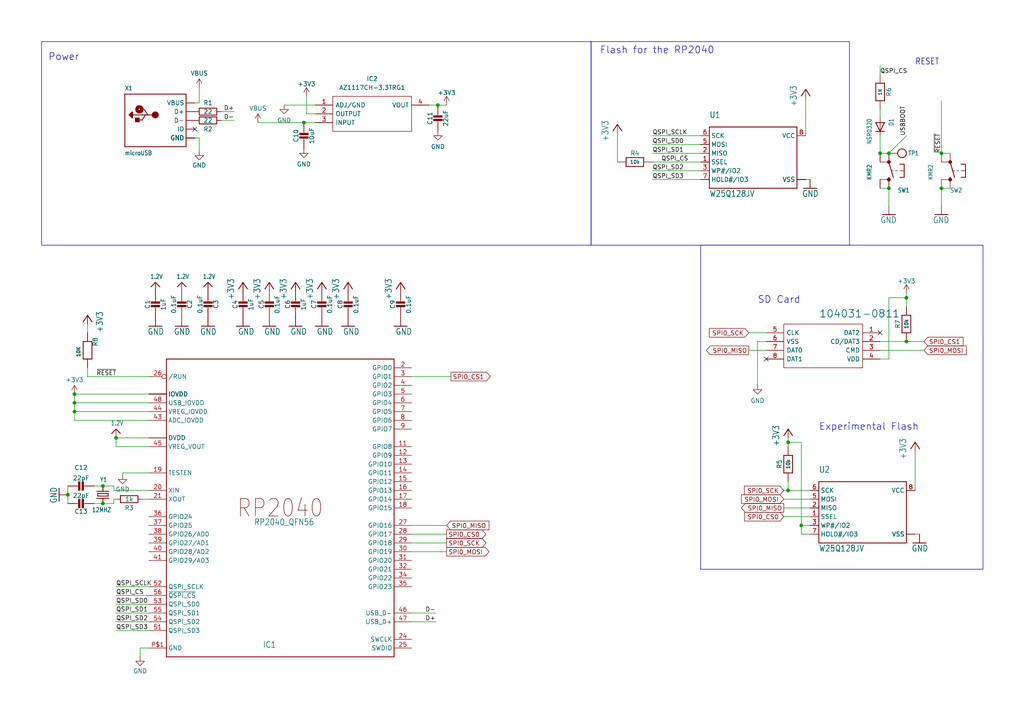
<source format=kicad_sch>
(kicad_sch (version 20230121) (generator eeschema)
  (paper "A4")
  (lib_symbols
    (symbol "AZ1117CH-3.3TRG1_1" (pin_names (offset 0.762))
      (property "Reference" "IC" (at 29.21 7.62 0))
      (property "Value" "AZ1117CH-3.3TRG1" (at 29.21 5.08 0))
      (symbol "AZ1117CH-3.3TRG1_1_0_0"
        (pin passive line (at 0 0 0) (length 5.08) (name "ADJ/GND") (number "1"))
        (pin passive line (at 0 -2.54 0) (length 5.08) (name "OUTPUT") (number "2"))
        (pin passive line (at 0 -5.08 0) (length 5.08) (name "INPUT") (number "3"))
        (pin passive line (at 33.02 0 180) (length 5.08) (name "VOUT") (number "4"))
      )
      (symbol "AZ1117CH-3.3TRG1_1_0_1"
        (polyline (pts (xy 5.08 2.54) (xy 27.94 2.54) (xy 27.94 -7.62) (xy 5.08 -7.62) (xy 5.08 2.54)) (stroke (width 0.1524)))
      )
    )
    (symbol "Adafruit ItsyBitsy RP2040-eagle-import:+3V3" (power)
      (property "Value" "+3V3" (at -2.54 -5.08 90))
      (symbol "+3V3_1_0"
        (polyline (pts (xy 0 0) (xy -1.27 -1.905)) (stroke (width 0.254)))
        (polyline (pts (xy 1.27 -1.905) (xy 0 0)) (stroke (width 0.254)))
        (pin power_in line (at 0 -2.54 90) (length 2.54) (name "+3V3") (number "1"))
      )
    )
    (symbol "Adafruit ItsyBitsy RP2040-eagle-import:1.2V" (power)
      (property "Value" "1.2V" (at -1.524 1.016 0))
      (symbol "1.2V_1_0"
        (polyline (pts (xy -1.27 -1.27) (xy 0 0)) (stroke (width 0.254)))
        (polyline (pts (xy 0 0) (xy 1.27 -1.27)) (stroke (width 0.254)))
        (pin power_in line (at 0 -2.54 90) (length 2.54) (name "1.2V") (number "1"))
      )
    )
    (symbol "Adafruit ItsyBitsy RP2040-eagle-import:CAP_CERAMIC_0402NO"
      (property "Reference" "C" (at -2.29 1.25 90))
      (property "Value" "CAP_CERAMIC_0402NO" (at 2.3 1.25 90))
      (symbol "CAP_CERAMIC_0402NO_1_0"
        (rectangle (start -1.27 0.508) (end 1.27 1.016) (fill (type outline)))
        (rectangle (start -1.27 1.524) (end 1.27 2.032) (fill (type outline)))
        (polyline (pts (xy 0 0.762) (xy 0 0)) (stroke (width 0.1524)))
        (polyline (pts (xy 0 2.54) (xy 0 1.778)) (stroke (width 0.1524)))
        (pin passive line (at 0 5.08 270) (length 2.54) (name "1") (number "1"))
        (pin passive line (at 0 -2.54 90) (length 2.54) (name "2") (number "2"))
      )
    )
    (symbol "Adafruit ItsyBitsy RP2040-eagle-import:CAP_CERAMIC_0603MP"
      (property "Reference" "C" (at -2.29 1.25 90))
      (property "Value" "CAP_CERAMIC_0603MP" (at 2.3 1.25 90))
      (symbol "CAP_CERAMIC_0603MP_1_0"
        (rectangle (start -1.27 0.508) (end 1.27 1.016) (fill (type outline)))
        (rectangle (start -1.27 1.524) (end 1.27 2.032) (fill (type outline)))
        (polyline (pts (xy 0 0.762) (xy 0 0)) (stroke (width 0.1524)))
        (polyline (pts (xy 0 2.54) (xy 0 1.778)) (stroke (width 0.1524)))
        (pin passive line (at 0 5.08 270) (length 2.54) (name "1") (number "1"))
        (pin passive line (at 0 -2.54 90) (length 2.54) (name "2") (number "2"))
      )
    )
    (symbol "Adafruit ItsyBitsy RP2040-eagle-import:CRYSTAL2.5X2.0"
      (property "Reference" "Y" (at -2.54 2.54 0))
      (property "Value" "CRYSTAL2.5X2.0" (at -2.54 -3.81 0))
      (symbol "CRYSTAL2.5X2.0_1_0"
        (polyline (pts (xy -2.54 0) (xy -1.016 0)) (stroke (width 0.254)))
        (polyline (pts (xy -1.016 0) (xy -1.016 -1.778)) (stroke (width 0.254)))
        (polyline (pts (xy -1.016 1.778) (xy -1.016 0)) (stroke (width 0.254)))
        (polyline (pts (xy -0.381 -1.524) (xy 0.381 -1.524)) (stroke (width 0.254)))
        (polyline (pts (xy -0.381 1.524) (xy -0.381 -1.524)) (stroke (width 0.254)))
        (polyline (pts (xy 0.381 -1.524) (xy 0.381 1.524)) (stroke (width 0.254)))
        (polyline (pts (xy 0.381 1.524) (xy -0.381 1.524)) (stroke (width 0.254)))
        (polyline (pts (xy 1.016 0) (xy 1.016 -1.778)) (stroke (width 0.254)))
        (polyline (pts (xy 1.016 1.778) (xy 1.016 0)) (stroke (width 0.254)))
        (polyline (pts (xy 2.54 0) (xy 1.016 0)) (stroke (width 0.254)))
        (pin passive line (at -2.54 0 0) (length 0) (name "1") (number "1"))
        (pin passive line (at 2.54 0 180) (length 0) (name "2") (number "3"))
      )
    )
    (symbol "Adafruit ItsyBitsy RP2040-eagle-import:DIODESOD-323F"
      (property "Reference" "D" (at -2.54 2.54 0))
      (property "Value" "DIODESOD-323F" (at -2.54 -3.81 0))
      (symbol "DIODESOD-323F_1_0"
        (polyline (pts (xy -1.27 -1.27) (xy 1.27 0)) (stroke (width 0.254)))
        (polyline (pts (xy -1.27 1.27) (xy -1.27 -1.27)) (stroke (width 0.254)))
        (polyline (pts (xy 1.27 0) (xy -1.27 1.27)) (stroke (width 0.254)))
        (polyline (pts (xy 1.27 0) (xy 1.27 -1.27)) (stroke (width 0.254)))
        (polyline (pts (xy 1.27 1.27) (xy 1.27 0)) (stroke (width 0.254)))
        (pin passive line (at -2.54 0 0) (length 2.54) (name "A") (number "A"))
        (pin passive line (at 2.54 0 180) (length 2.54) (name "C") (number "C"))
      )
    )
    (symbol "Adafruit ItsyBitsy RP2040-eagle-import:GND" (power)
      (property "Value" "GND" (at -2.54 -2.54 0))
      (symbol "GND_1_0"
        (polyline (pts (xy -1.905 0) (xy 1.905 0)) (stroke (width 0.254)))
        (pin power_in line (at 0 2.54 270) (length 2.54) (name "GND") (number "1"))
      )
    )
    (symbol "Adafruit ItsyBitsy RP2040-eagle-import:RESISTOR_0402NO"
      (property "Reference" "R" (at 0 2.54 0))
      (property "Value" "RESISTOR_0402NO" (at 0 0 0))
      (symbol "RESISTOR_0402NO_1_0"
        (polyline (pts (xy -2.54 -1.27) (xy -2.54 1.27)) (stroke (width 0.254)))
        (polyline (pts (xy -2.54 1.27) (xy 2.54 1.27)) (stroke (width 0.254)))
        (polyline (pts (xy 2.54 -1.27) (xy -2.54 -1.27)) (stroke (width 0.254)))
        (polyline (pts (xy 2.54 1.27) (xy 2.54 -1.27)) (stroke (width 0.254)))
        (pin passive line (at -5.08 0 0) (length 2.54) (name "1") (number "1"))
        (pin passive line (at 5.08 0 180) (length 2.54) (name "2") (number "2"))
      )
    )
    (symbol "Adafruit ItsyBitsy RP2040-eagle-import:RP2040_QFN56"
      (property "Reference" "IC" (at -5.08 -40.64 0))
      (property "Value" "RP2040_QFN56" (at -27.94 45.72 0))
      (symbol "RP2040_QFN56_1_0"
        (polyline (pts (xy -33.02 -43.18) (xy -33.02 43.18)) (stroke (width 0.254)))
        (polyline (pts (xy -33.02 43.18) (xy 33.02 43.18)) (stroke (width 0.254)))
        (polyline (pts (xy 33.02 -43.18) (xy -33.02 -43.18)) (stroke (width 0.254)))
        (polyline (pts (xy 33.02 43.18) (xy 33.02 -43.18)) (stroke (width 0.254)))
        (text "RP2040" (at 0 0 0) (effects (font (size 5.08 4.318))))
        (pin power_in line (at -38.1 33.02 0) (length 5.08) (name "IOVDD") (number "1"))
        (pin power_in line (at -38.1 33.02 0) (length 5.08) (name "IOVDD") (number "10"))
        (pin bidirectional line (at 38.1 17.78 180) (length 5.08) (name "GPIO8") (number "11"))
        (pin bidirectional line (at 38.1 15.24 180) (length 5.08) (name "GPIO9") (number "12"))
        (pin bidirectional line (at 38.1 12.7 180) (length 5.08) (name "GPIO10") (number "13"))
        (pin bidirectional line (at 38.1 10.16 180) (length 5.08) (name "GPIO11") (number "14"))
        (pin bidirectional line (at 38.1 7.62 180) (length 5.08) (name "GPIO12") (number "15"))
        (pin bidirectional line (at 38.1 5.08 180) (length 5.08) (name "GPIO13") (number "16"))
        (pin bidirectional line (at 38.1 2.54 180) (length 5.08) (name "GPIO14") (number "17"))
        (pin bidirectional line (at 38.1 0 180) (length 5.08) (name "GPIO15") (number "18"))
        (pin input line (at -38.1 10.16 0) (length 5.08) (name "TESTEN") (number "19"))
        (pin bidirectional line (at 38.1 40.64 180) (length 5.08) (name "GPIO0") (number "2"))
        (pin input line (at -38.1 5.08 0) (length 5.08) (name "XIN") (number "20"))
        (pin output line (at -38.1 2.54 0) (length 5.08) (name "XOUT") (number "21"))
        (pin power_in line (at -38.1 33.02 0) (length 5.08) (name "IOVDD") (number "22"))
        (pin power_in line (at -38.1 20.32 0) (length 5.08) (name "DVDD") (number "23"))
        (pin bidirectional line (at 38.1 -38.1 180) (length 5.08) (name "SWCLK") (number "24"))
        (pin bidirectional line (at 38.1 -40.64 180) (length 5.08) (name "SWDIO") (number "25"))
        (pin bidirectional inverted (at -38.1 38.1 0) (length 5.08) (name "/RUN") (number "26"))
        (pin bidirectional line (at 38.1 -5.08 180) (length 5.08) (name "GPIO16") (number "27"))
        (pin bidirectional line (at 38.1 -7.62 180) (length 5.08) (name "GPIO17") (number "28"))
        (pin bidirectional line (at 38.1 -10.16 180) (length 5.08) (name "GPIO18") (number "29"))
        (pin bidirectional line (at 38.1 38.1 180) (length 5.08) (name "GPIO1") (number "3"))
        (pin bidirectional line (at 38.1 -12.7 180) (length 5.08) (name "GPIO19") (number "30"))
        (pin bidirectional line (at 38.1 -15.24 180) (length 5.08) (name "GPIO20") (number "31"))
        (pin bidirectional line (at 38.1 -17.78 180) (length 5.08) (name "GPIO21") (number "32"))
        (pin power_in line (at -38.1 33.02 0) (length 5.08) (name "IOVDD") (number "33"))
        (pin bidirectional line (at 38.1 -20.32 180) (length 5.08) (name "GPIO22") (number "34"))
        (pin bidirectional line (at 38.1 -22.86 180) (length 5.08) (name "GPIO23") (number "35"))
        (pin bidirectional line (at -38.1 -2.54 0) (length 5.08) (name "GPIO24") (number "36"))
        (pin bidirectional line (at -38.1 -5.08 0) (length 5.08) (name "GPIO25") (number "37"))
        (pin bidirectional line (at -38.1 -7.62 0) (length 5.08) (name "GPIO26/AD0") (number "38"))
        (pin bidirectional line (at -38.1 -10.16 0) (length 5.08) (name "GPIO27/AD1") (number "39"))
        (pin bidirectional line (at 38.1 35.56 180) (length 5.08) (name "GPIO2") (number "4"))
        (pin bidirectional line (at -38.1 -12.7 0) (length 5.08) (name "GPIO28/AD2") (number "40"))
        (pin bidirectional line (at -38.1 -15.24 0) (length 5.08) (name "GPIO29/AD3") (number "41"))
        (pin power_in line (at -38.1 33.02 0) (length 5.08) (name "IOVDD") (number "42"))
        (pin power_in line (at -38.1 25.4 0) (length 5.08) (name "ADC_IOVDD") (number "43"))
        (pin power_in line (at -38.1 27.94 0) (length 5.08) (name "VREG_IOVDD") (number "44"))
        (pin power_in line (at -38.1 17.78 0) (length 5.08) (name "VREG_VOUT") (number "45"))
        (pin bidirectional line (at 38.1 -30.48 180) (length 5.08) (name "USB_D-") (number "46"))
        (pin bidirectional line (at 38.1 -33.02 180) (length 5.08) (name "USB_D+") (number "47"))
        (pin power_in line (at -38.1 30.48 0) (length 5.08) (name "USB_IOVDD") (number "48"))
        (pin power_in line (at -38.1 33.02 0) (length 5.08) (name "IOVDD") (number "49"))
        (pin bidirectional line (at 38.1 33.02 180) (length 5.08) (name "GPIO3") (number "5"))
        (pin power_in line (at -38.1 20.32 0) (length 5.08) (name "DVDD") (number "50"))
        (pin bidirectional line (at -38.1 -35.56 0) (length 5.08) (name "QSPI_SD3") (number "51"))
        (pin bidirectional line (at -38.1 -22.86 0) (length 5.08) (name "QSPI_SCLK") (number "52"))
        (pin bidirectional line (at -38.1 -27.94 0) (length 5.08) (name "QSPI_SD0") (number "53"))
        (pin bidirectional line (at -38.1 -33.02 0) (length 5.08) (name "QSPI_SD2") (number "54"))
        (pin bidirectional line (at -38.1 -30.48 0) (length 5.08) (name "QSPI_SD1") (number "55"))
        (pin bidirectional line (at -38.1 -25.4 0) (length 5.08) (name "~{QSPI_CS}") (number "56"))
        (pin bidirectional line (at 38.1 30.48 180) (length 5.08) (name "GPIO4") (number "6"))
        (pin bidirectional line (at 38.1 27.94 180) (length 5.08) (name "GPIO5") (number "7"))
        (pin bidirectional line (at 38.1 25.4 180) (length 5.08) (name "GPIO6") (number "8"))
        (pin bidirectional line (at 38.1 22.86 180) (length 5.08) (name "GPIO7") (number "9"))
        (pin power_in line (at -38.1 -40.64 0) (length 5.08) (name "GND") (number "P$1"))
      )
    )
    (symbol "Adafruit ItsyBitsy RP2040-eagle-import:SPIFLASH_8PIN_4X4"
      (property "Reference" "U" (at -12.7 12.7 0))
      (property "Value" "SPIFLASH_8PIN_4X4" (at -12.7 -10.16 0))
      (symbol "SPIFLASH_8PIN_4X4_1_0"
        (polyline (pts (xy -12.7 -7.62) (xy -12.7 10.16)) (stroke (width 0.254)))
        (polyline (pts (xy -12.7 10.16) (xy 12.7 10.16)) (stroke (width 0.254)))
        (polyline (pts (xy 12.7 -7.62) (xy -12.7 -7.62)) (stroke (width 0.254)))
        (polyline (pts (xy 12.7 10.16) (xy 12.7 -7.62)) (stroke (width 0.254)))
        (pin bidirectional line (at -15.24 0 0) (length 2.54) (name "SSEL") (number "1"))
        (pin bidirectional line (at -15.24 2.54 0) (length 2.54) (name "MISO") (number "2"))
        (pin bidirectional line (at -15.24 -2.54 0) (length 2.54) (name "WP#/IO2") (number "3"))
        (pin bidirectional line (at 15.24 -5.08 180) (length 2.54) (name "VSS") (number "4"))
        (pin bidirectional line (at -15.24 5.08 0) (length 2.54) (name "MOSI") (number "5"))
        (pin bidirectional line (at -15.24 7.62 0) (length 2.54) (name "SCK") (number "6"))
        (pin bidirectional line (at -15.24 -5.08 0) (length 2.54) (name "HOLD#/IO3") (number "7"))
        (pin bidirectional line (at 15.24 7.62 180) (length 2.54) (name "VCC") (number "8"))
        (pin bidirectional line (at 15.24 -5.08 180) (length 2.54) (name "VSS") (number "PAD"))
      )
    )
    (symbol "Adafruit ItsyBitsy RP2040-eagle-import:SWITCH_TACT_SMT4.6X2.8"
      (property "Reference" "SW" (at -2.54 6.35 0))
      (property "Value" "SWITCH_TACT_SMT4.6X2.8" (at -2.54 -5.08 0))
      (symbol "SWITCH_TACT_SMT4.6X2.8_1_0"
        (circle (center -2.54 0) (radius 0.127) (stroke (width 0.4064)))
        (polyline (pts (xy -2.54 -2.54) (xy -2.54 0)) (stroke (width 0.1524)))
        (polyline (pts (xy -2.54 0) (xy 1.905 1.27)) (stroke (width 0.254)))
        (polyline (pts (xy -1.905 4.445) (xy -1.905 3.175)) (stroke (width 0.254)))
        (polyline (pts (xy 0 1.27) (xy 0 0.635)) (stroke (width 0.1524)))
        (polyline (pts (xy 0 2.54) (xy 0 1.905)) (stroke (width 0.1524)))
        (polyline (pts (xy 0 4.445) (xy -1.905 4.445)) (stroke (width 0.254)))
        (polyline (pts (xy 0 4.445) (xy 0 3.175)) (stroke (width 0.1524)))
        (polyline (pts (xy 1.905 0) (xy 2.54 0)) (stroke (width 0.254)))
        (polyline (pts (xy 1.905 4.445) (xy 0 4.445)) (stroke (width 0.254)))
        (polyline (pts (xy 1.905 4.445) (xy 1.905 3.175)) (stroke (width 0.254)))
        (polyline (pts (xy 2.54 -2.54) (xy 2.54 0)) (stroke (width 0.1524)))
        (circle (center 2.54 0) (radius 0.127) (stroke (width 0.4064)))
        (pin passive line (at -5.08 0 0) (length 2.54) (name "P") (number "A"))
        (pin passive line (at -5.08 -2.54 0) (length 2.54) (name "P1") (number "A'"))
        (pin passive line (at 5.08 0 180) (length 2.54) (name "S") (number "B"))
        (pin passive line (at 5.08 -2.54 180) (length 2.54) (name "S1") (number "B'"))
      )
    )
    (symbol "Adafruit ItsyBitsy RP2040-eagle-import:TESTPOINTROUND1.5MMNO"
      (property "Reference" "TP" (at 0 5.588 90))
      (property "Value" "TESTPOINTROUND1.5MMNO" (at 1.651 5.588 90))
      (symbol "TESTPOINTROUND1.5MMNO_1_0"
        (circle (center 0 3.81) (radius 1.27) (stroke (width 0.254)))
        (pin bidirectional line (at 0 0 90) (length 2.54) (name "P$1") (number "P$1"))
      )
    )
    (symbol "Adafruit ItsyBitsy RP2040-eagle-import:USB_MICRO_NARROW"
      (property "Reference" "X" (at -10.16 8.636 0))
      (property "Value" "USB_MICRO_NARROW" (at -10.16 -10.16 0))
      (symbol "USB_MICRO_NARROW_1_0"
        (rectangle (start -7.12 -0.45) (end -5.92 0.75) (fill (type outline)))
        (circle (center -5.92 3.2) (radius 0.2) (stroke (width 1)))
        (circle (center -1.32 1.6) (radius 0.5) (stroke (width 1)))
        (polyline (pts (xy -10.2 7.62) (xy -10.16 7.62)) (stroke (width 0.254)))
        (polyline (pts (xy -10.16 -7.62) (xy 7.62 -7.62)) (stroke (width 0.254)))
        (polyline (pts (xy -10.16 7.62) (xy -10.16 -7.62)) (stroke (width 0.254)))
        (polyline (pts (xy -10.16 7.62) (xy 7.62 7.62)) (stroke (width 0.254)))
        (polyline (pts (xy -8.92 1.6) (xy -8.12 2.4)) (stroke (width 0.254)))
        (polyline (pts (xy -8.52 1.4) (xy -8.32 1.2)) (stroke (width 0.254)))
        (polyline (pts (xy -8.52 1.6) (xy -8.52 1.4)) (stroke (width 0.254)))
        (polyline (pts (xy -8.32 1.2) (xy -8.32 2)) (stroke (width 0.254)))
        (polyline (pts (xy -8.32 2) (xy -8.72 1.6)) (stroke (width 0.254)))
        (polyline (pts (xy -8.12 0.8) (xy -8.92 1.6)) (stroke (width 0.254)))
        (polyline (pts (xy -8.12 1) (xy -8.12 2.4)) (stroke (width 0.254)))
        (polyline (pts (xy -8.12 2.4) (xy -7.92 2.4)) (stroke (width 0.254)))
        (polyline (pts (xy -7.92 0.8) (xy -8.12 0.8)) (stroke (width 0.254)))
        (polyline (pts (xy -7.92 1.6) (xy -7.92 0.8)) (stroke (width 0.254)))
        (polyline (pts (xy -7.92 2.4) (xy -7.92 1.6)) (stroke (width 0.254)))
        (polyline (pts (xy -6.27 0.15) (xy -5.07 0.15)) (stroke (width 0.254)))
        (polyline (pts (xy -5.52 3.2) (xy -4.52 3.2)) (stroke (width 0.254)))
        (polyline (pts (xy -5.07 0.15) (xy -4.22 1.6)) (stroke (width 0.254)))
        (polyline (pts (xy -4.52 3.2) (xy -3.47 1.6)) (stroke (width 0.254)))
        (polyline (pts (xy -4.22 1.6) (xy -7.92 1.6)) (stroke (width 0.254)))
        (polyline (pts (xy -3.47 1.6) (xy -4.22 1.6)) (stroke (width 0.254)))
        (polyline (pts (xy -1.32 1.6) (xy -3.47 1.6)) (stroke (width 0.254)))
        (polyline (pts (xy 7.62 7.62) (xy 7.62 -7.62)) (stroke (width 0.254)))
        (pin power_in line (at 10.16 -5.08 180) (length 2.54) (name "GND") (number "BASE@1"))
        (pin power_in line (at 10.16 -5.08 180) (length 2.54) (name "GND") (number "BASE@2"))
        (pin bidirectional line (at 10.16 2.54 180) (length 2.54) (name "D+") (number "D+"))
        (pin bidirectional line (at 10.16 0 180) (length 2.54) (name "D-") (number "D-"))
        (pin power_in line (at 10.16 -5.08 180) (length 2.54) (name "GND") (number "GND"))
        (pin bidirectional line (at 10.16 -2.54 180) (length 2.54) (name "ID") (number "ID"))
        (pin power_in line (at 10.16 -5.08 180) (length 2.54) (name "GND") (number "SPRT@1"))
        (pin power_in line (at 10.16 -5.08 180) (length 2.54) (name "GND") (number "SPRT@2"))
        (pin power_in line (at 10.16 -5.08 180) (length 2.54) (name "GND") (number "SPRT@3"))
        (pin power_in line (at 10.16 -5.08 180) (length 2.54) (name "GND") (number "SPRT@4"))
        (pin power_in line (at 10.16 5.08 180) (length 2.54) (name "VBUS") (number "VBUS"))
      )
    )
    (symbol "Device:R" (pin_numbers hide) (pin_names (offset 0))
      (property "Reference" "R" (at 2.032 0 90))
      (property "Value" "R" (at 0 0 90))
      (symbol "R_0_1"
        (rectangle (start -1.016 -2.54) (end 1.016 2.54) (stroke (width 0.254)))
      )
      (symbol "R_1_1"
        (pin passive line (at 0 3.81 270) (length 1.27) (name "~") (number "1"))
        (pin passive line (at 0 -3.81 90) (length 1.27) (name "~") (number "2"))
      )
    )
    (symbol "Molex_SD:104031-0811" (pin_names (offset 0.762))
      (property "Reference" "J" (at 29.21 7.62 0))
      (property "Value" "104031-0811" (at 29.21 5.08 0))
      (symbol "104031-0811_0_0"
        (pin passive line (at 0 0 0) (length 5.08) (name "DAT2") (number "1"))
        (pin passive line (at 0 -2.54 0) (length 5.08) (name "CD/DAT3") (number "2"))
        (pin passive line (at 0 -5.08 0) (length 5.08) (name "CMD") (number "3"))
        (pin passive line (at 0 -7.62 0) (length 5.08) (name "VDD") (number "4"))
        (pin passive line (at 33.02 0 180) (length 5.08) (name "CLK") (number "5"))
        (pin passive line (at 33.02 -2.54 180) (length 5.08) (name "VSS") (number "6"))
        (pin passive line (at 33.02 -5.08 180) (length 5.08) (name "DAT0") (number "7"))
        (pin passive line (at 33.02 -7.62 180) (length 5.08) (name "DAT1") (number "8"))
      )
      (symbol "104031-0811_0_1"
        (polyline (pts (xy 5.08 2.54) (xy 27.94 2.54) (xy 27.94 -10.16) (xy 5.08 -10.16) (xy 5.08 2.54)) (stroke (width 0.1524)))
      )
    )
    (symbol "power:+3V3" (power) (pin_names (offset 0))
      (property "Value" "+3V3" (at 0 3.556 0))
      (symbol "+3V3_0_1"
        (polyline (pts (xy -0.762 1.27) (xy 0 2.54)))
        (polyline (pts (xy 0 0) (xy 0 2.54)))
        (polyline (pts (xy 0 2.54) (xy 0.762 1.27)))
      )
      (symbol "+3V3_1_1"
        (pin power_in line (at 0 0 90) (length 0) hide (name "+3V3") (number "1"))
      )
    )
    (symbol "power:GND" (power) (pin_names (offset 0))
      (property "Value" "GND" (at 0 -3.81 0))
      (symbol "GND_0_1"
        (polyline (pts (xy 0 0) (xy 0 -1.27) (xy 1.27 -1.27) (xy 0 -2.54) (xy -1.27 -1.27) (xy 0 -1.27)))
      )
      (symbol "GND_1_1"
        (pin power_in line (at 0 0 270) (length 0) hide (name "GND") (number "1"))
      )
    )
    (symbol "power:VBUS" (power) (pin_names (offset 0))
      (property "Value" "VBUS" (at 0 3.81 0))
      (symbol "VBUS_0_1"
        (polyline (pts (xy -0.762 1.27) (xy 0 2.54)))
        (polyline (pts (xy 0 0) (xy 0 2.54)))
        (polyline (pts (xy 0 2.54) (xy 0.762 1.27)))
      )
      (symbol "VBUS_1_1"
        (pin power_in line (at 0 0 90) (length 0) hide (name "VBUS") (number "1"))
      )
    )
  )
  (junction (at 21.59 116.84))
  (junction (at 33.655 127))
  (junction (at 19.685 143.51))
  (junction (at 232.41 152.4))
  (junction (at 262.89 99.06))
  (junction (at 255.27 44.45))
  (junction (at 257.81 44.45))
  (junction (at 29.845 140.97))
  (junction (at 257.81 54.61))
  (junction (at 228.6 142.24))
  (junction (at 273.05 44.45))
  (junction (at 29.845 146.05))
  (junction (at 127 30.48))
  (junction (at 273.05 54.61))
  (junction (at 88.138 35.56))
  (junction (at 21.59 114.3))
  (junction (at 262.89 86.36))
  (junction (at 228.6 128.27))
  (junction (at 21.59 119.38))
  (no_connect (at 56.515 37.465))
  (no_connect (at 255.27 96.52))
  (no_connect (at 222.25 104.14))
  (wire (pts (xy 273.05 59.69) (xy 273.05 54.61)))
  (wire (pts (xy 25.4 109.22) (xy 43.18 109.22)))
  (wire (pts (xy 88.9 33.02) (xy 91.44 33.02)))
  (wire (pts (xy 179.07 38.608) (xy 179.07 46.99)))
  (wire (pts (xy 56.515 40.005) (xy 57.785 40.005)))
  (wire (pts (xy 88.9 27.94) (xy 88.9 33.02)))
  (wire (pts (xy 257.81 54.61) (xy 257.81 59.69)))
  (wire (pts (xy 119.38 157.48) (xy 129.54 157.48)))
  (wire (pts (xy 64.135 32.385) (xy 67.945 32.385)))
  (wire (pts (xy 43.18 187.96) (xy 40.64 187.96)))
  (wire (pts (xy 227.33 149.86) (xy 234.95 149.86)))
  (wire (pts (xy 219.71 99.06) (xy 219.71 111.76)))
  (wire (pts (xy 40.64 187.96) (xy 40.64 190.5)))
  (wire (pts (xy 227.33 144.78) (xy 234.95 144.78)))
  (wire (pts (xy 33.02 144.78) (xy 33.655 144.78)))
  (wire (pts (xy 119.38 109.22) (xy 130.81 109.22)))
  (wire (pts (xy 27.305 140.97) (xy 29.845 140.97)))
  (wire (pts (xy 232.41 154.94) (xy 232.41 152.4)))
  (wire (pts (xy 255.27 54.61) (xy 257.81 54.61)))
  (wire (pts (xy 189.23 41.91) (xy 203.2 41.91)))
  (wire (pts (xy 119.38 177.8) (xy 126.365 177.8)))
  (wire (pts (xy 203.2 49.53) (xy 189.23 49.53)))
  (wire (pts (xy 119.38 180.34) (xy 126.365 180.34)))
  (wire (pts (xy 27.305 146.05) (xy 29.845 146.05)))
  (wire (pts (xy 273.05 44.45) (xy 275.59 44.45)))
  (wire (pts (xy 33.655 182.88) (xy 43.18 182.88)))
  (wire (pts (xy 21.59 116.84) (xy 21.59 119.38)))
  (wire (pts (xy 19.685 146.05) (xy 19.685 143.51)))
  (wire (pts (xy 33.02 140.97) (xy 29.845 140.97)))
  (wire (pts (xy 265.43 154.94) (xy 266.7 154.94)))
  (wire (pts (xy 119.38 152.4) (xy 129.54 152.4)))
  (wire (pts (xy 33.655 129.54) (xy 33.655 127)))
  (wire (pts (xy 64.135 34.925) (xy 67.945 34.925)))
  (wire (pts (xy 203.2 46.99) (xy 189.23 46.99)))
  (wire (pts (xy 33.655 172.72) (xy 43.18 172.72)))
  (wire (pts (xy 43.18 119.38) (xy 21.59 119.38)))
  (wire (pts (xy 228.6 142.24) (xy 234.95 142.24)))
  (wire (pts (xy 262.89 39.37) (xy 257.81 44.45)))
  (wire (pts (xy 262.89 85.09) (xy 262.89 86.36)))
  (wire (pts (xy 265.43 130.81) (xy 265.43 142.24)))
  (wire (pts (xy 228.6 127) (xy 228.6 128.27)))
  (wire (pts (xy 74.803 35.56) (xy 88.138 35.56)))
  (wire (pts (xy 262.89 99.06) (xy 267.97 99.06)))
  (wire (pts (xy 82.423 30.48) (xy 91.44 30.48)))
  (wire (pts (xy 234.95 154.94) (xy 232.41 154.94)))
  (wire (pts (xy 43.18 114.3) (xy 21.59 114.3)))
  (wire (pts (xy 43.18 137.16) (xy 35.56 137.16)))
  (wire (pts (xy 33.655 127) (xy 43.18 127)))
  (wire (pts (xy 25.4 106.68) (xy 25.4 109.22)))
  (wire (pts (xy 257.81 86.36) (xy 262.89 86.36)))
  (wire (pts (xy 129.54 30.48) (xy 127 30.48)))
  (wire (pts (xy 119.38 154.94) (xy 129.54 154.94)))
  (wire (pts (xy 57.785 40.005) (xy 57.785 43.815)))
  (wire (pts (xy 127 30.48) (xy 124.46 30.48)))
  (wire (pts (xy 232.41 152.4) (xy 232.41 128.27)))
  (wire (pts (xy 19.685 143.51) (xy 19.685 140.97)))
  (wire (pts (xy 33.655 170.18) (xy 43.18 170.18)))
  (wire (pts (xy 43.18 121.92) (xy 21.59 121.92)))
  (wire (pts (xy 222.25 96.52) (xy 217.17 96.52)))
  (wire (pts (xy 119.38 160.02) (xy 129.54 160.02)))
  (wire (pts (xy 35.56 137.16) (xy 35.56 137.795)))
  (wire (pts (xy 33.02 144.78) (xy 33.02 146.05)))
  (wire (pts (xy 56.515 29.845) (xy 57.785 29.845)))
  (wire (pts (xy 262.89 86.36) (xy 262.89 88.9)))
  (wire (pts (xy 222.25 99.06) (xy 219.71 99.06)))
  (wire (pts (xy 21.59 114.3) (xy 21.59 116.84)))
  (wire (pts (xy 255.27 104.14) (xy 257.81 104.14)))
  (wire (pts (xy 257.81 104.14) (xy 257.81 86.36)))
  (wire (pts (xy 25.4 93.98) (xy 25.4 96.52)))
  (wire (pts (xy 228.6 128.27) (xy 228.6 129.54)))
  (wire (pts (xy 203.2 39.37) (xy 189.23 39.37)))
  (wire (pts (xy 255.27 34.29) (xy 255.27 31.75)))
  (wire (pts (xy 234.95 152.4) (xy 232.41 152.4)))
  (wire (pts (xy 33.02 146.05) (xy 29.845 146.05)))
  (wire (pts (xy 255.27 44.45) (xy 255.27 39.37)))
  (wire (pts (xy 33.02 142.24) (xy 33.02 140.97)))
  (wire (pts (xy 273.05 29.21) (xy 273.05 44.45)))
  (wire (pts (xy 227.33 147.32) (xy 234.95 147.32)))
  (wire (pts (xy 275.59 54.61) (xy 273.05 54.61)))
  (wire (pts (xy 33.655 180.34) (xy 43.18 180.34)))
  (wire (pts (xy 88.138 35.56) (xy 91.44 35.56)))
  (wire (pts (xy 255.27 99.06) (xy 262.89 99.06)))
  (wire (pts (xy 57.785 25.4) (xy 57.785 29.845)))
  (wire (pts (xy 232.41 128.27) (xy 228.6 128.27)))
  (wire (pts (xy 257.81 44.45) (xy 255.27 44.45)))
  (wire (pts (xy 33.02 142.24) (xy 43.18 142.24)))
  (wire (pts (xy 233.68 28.448) (xy 233.68 39.37)))
  (wire (pts (xy 33.655 177.8) (xy 43.18 177.8)))
  (wire (pts (xy 233.68 52.07) (xy 234.95 52.07)))
  (wire (pts (xy 255.27 101.6) (xy 267.97 101.6)))
  (wire (pts (xy 228.6 139.7) (xy 228.6 142.24)))
  (wire (pts (xy 21.59 119.38) (xy 21.59 121.92)))
  (wire (pts (xy 33.655 175.26) (xy 43.18 175.26)))
  (wire (pts (xy 203.2 44.45) (xy 189.23 44.45)))
  (wire (pts (xy 189.23 52.07) (xy 203.2 52.07)))
  (wire (pts (xy 227.33 142.24) (xy 228.6 142.24)))
  (wire (pts (xy 222.25 101.6) (xy 217.17 101.6)))
  (wire (pts (xy 41.275 144.78) (xy 43.18 144.78)))
  (wire (pts (xy 255.27 21.59) (xy 255.27 19.05)))
  (wire (pts (xy 21.59 116.84) (xy 43.18 116.84)))
  (wire (pts (xy 43.18 129.54) (xy 33.655 129.54)))
  (rectangle (start 171.45 12.065) (end 246.38 71.12))
  (rectangle (start 12.065 12.065) (end 171.45 71.12))
  (rectangle (start 203.2 71.12) (end 285.115 165.1))
  (text "Experimental Flash\n\n" (at 237.49 128.27 0) (effects (font (size 2 2)) (justify left bottom)))
  (text "SD Card\n\n" (at 219.71 91.44 0) (effects (font (size 2 2)) (justify left bottom)))
  (text "Flash for the RP2040\n\n" (at 173.99 19.05 0) (effects (font (size 2 2)) (justify left bottom)))
  (text "Power\n" (at 13.97 17.78 0) (effects (font (size 2 2)) (justify left bottom)))
  (text "RESET" (at 265.43 19.05 0) (effects (font (size 1.778 1.5113)) (justify left bottom)))
  (label "USBBOOT" (at 262.89 39.37 90) (effects (font (size 1.2446 1.2446))))
  (label "QSPI_SCLK" (at 189.23 39.37 0) (effects (font (size 1.2446 1.2446))))
  (label "QSPI_CS" (at 33.655 172.72 0))
  (label "QSPI_CS" (at 191.77 46.99 0) (effects (font (size 1.2446 1.2446))))
  (label "D-" (at 126.365 177.8 180))
  (label "QSPI_SD2" (at 189.23 49.53 0) (effects (font (size 1.2446 1.2446))))
  (label "QSPI_SD3" (at 189.23 52.07 0) (effects (font (size 1.2446 1.2446))))
  (label "QSPI_SD1" (at 33.655 177.8 0))
  (label "QSPI_SD0" (at 33.655 175.26 0))
  (label "D-" (at 67.945 34.925 180))
  (label "QSPI_SD0" (at 189.23 41.91 0) (effects (font (size 1.2446 1.2446))))
  (label "D+" (at 126.365 180.34 180))
  (label "QSPI_SD3" (at 33.655 182.88 0))
  (label "QSPI_SD1" (at 189.23 44.45 0) (effects (font (size 1.2446 1.2446))))
  (label "~{RESET}" (at 27.94 109.22 0) (effects (font (size 1.2446 1.2446))))
  (label "~{RESET}" (at 273.05 44.45 90) (effects (font (size 1.2446 1.2446))))
  (label "QSPI_SCLK" (at 33.655 170.18 0))
  (label "QSPI_SD2" (at 33.655 180.34 0))
  (label "QSPI_CS" (at 255.27 21.59 0) (effects (font (size 1.2446 1.2446))))
  (label "D+" (at 67.945 32.385 180))
  (global_label "SPI0_CS1" (shape input) (at 267.97 99.06 0) (property "Intersheetrefs" "${INTERSHEET_REFS}" (effects hide)))
  (global_label "SPI0_CS0" (shape input) (at 227.33 149.86 180) (property "Intersheetrefs" "${INTERSHEET_REFS}" (effects hide)))
  (global_label "SPI0_MISO" (shape output) (at 217.17 101.6 180) (property "Intersheetrefs" "${INTERSHEET_REFS}" (effects hide)))
  (global_label "SPI0_SCK" (shape input) (at 227.33 142.24 180) (property "Intersheetrefs" "${INTERSHEET_REFS}" (effects hide)))
  (global_label "SPI0_MISO" (shape output) (at 227.33 147.32 180) (property "Intersheetrefs" "${INTERSHEET_REFS}" (effects hide)))
  (global_label "SPI0_SCK" (shape output) (at 129.54 157.48 0) (property "Intersheetrefs" "${INTERSHEET_REFS}" (effects hide)))
  (global_label "SPI0_MISO" (shape input) (at 129.54 152.4 0) (property "Intersheetrefs" "${INTERSHEET_REFS}" (effects hide)))
  (global_label "SPI0_MOSI" (shape output) (at 129.54 160.02 0) (property "Intersheetrefs" "${INTERSHEET_REFS}" (effects hide)))
  (global_label "SPI0_CS1" (shape output) (at 130.81 109.22 0) (property "Intersheetrefs" "${INTERSHEET_REFS}" (effects hide)))
  (global_label "SPI0_CS0" (shape output) (at 129.54 154.94 0) (property "Intersheetrefs" "${INTERSHEET_REFS}" (effects hide)))
  (global_label "SPI0_MOSI" (shape input) (at 227.33 144.78 180) (property "Intersheetrefs" "${INTERSHEET_REFS}" (effects hide)))
  (global_label "SPI0_SCK" (shape input) (at 217.17 96.52 180) (property "Intersheetrefs" "${INTERSHEET_REFS}" (effects hide)))
  (global_label "SPI0_MOSI" (shape input) (at 267.97 101.6 0) (property "Intersheetrefs" "${INTERSHEET_REFS}" (effects hide)))
  (symbol (lib_id "Molex_SD:104031-0811") (at 255.27 96.52 0) (mirror y) (unit 1)
    (property "Reference" "J1" (effects hide))
    (property "Value" "104031-0811" (at 261.112 92.202 0) (effects (font (size 2.159 2.159)) (justify left bottom)))
    (property "Footprint" "Molex_SD:1040310811" (effects hide))
    (property "Datasheet" "http://www.molex.com/webdocs/datasheets/pdf/en-us/1040310811_MEMORY_CARD_SOCKET.pdf" (effects hide))
    (property "Description" "microSD 1.10mm SMT push-pull memory card microSD 1.10mm SMT push-pull memory card" (effects hide))
    (property "Flight" "5031821852" (effects hide))
    (property "Manufacturer_Name" "Molex" (effects hide))
    (property "Manufacturer_Part_Number" "104031-0811" (effects hide))
    (property "Proto" "5031821852" (effects hide))
    (property "Mouser Part Number" "538-104031-0811" (effects hide))
    (property "Mouser Price/Stock" "https://www.mouser.co.uk/ProductDetail/Molex/104031-0811?qs=udsGRKD4nA3Tvy7wqky%252BuA%3D%3D" (effects hide))
  )
  (symbol (lib_id "Adafruit ItsyBitsy RP2040-eagle-import:SWITCH_TACT_SMT4.6X2.8") (at 257.81 49.53 270) (unit 1)
    (property "Reference" "SW1" (at 260.35 55.88 90) (effects (font (size 1.27 1.0795)) (justify left bottom)))
    (property "Value" "KMR2" (at 251.46 47.625 0) (effects (font (size 1.27 1.0795)) (justify left bottom)))
    (property "Footprint" "Adafruit ItsyBitsy RP2040:BTN_KMR2_4.6X2.8" (effects hide))
  )
  (symbol (lib_id "Adafruit ItsyBitsy RP2040-eagle-import:CAP_CERAMIC_0603MP") (at 85.725 89.535 0) (unit 1)
    (property "Reference" "C6" (at 83.435 88.285 90))
    (property "Value" "1uF" (at 88.025 88.285 90))
    (property "Footprint" "Capacitor_SMD:C_0603_1608Metric" (effects hide))
  )
  (symbol (lib_id "power:VBUS") (at 74.803 35.56 0) (unit 1)
    (property "Reference" "#PWR010" (effects hide))
    (property "Value" "VBUS" (at 74.803 31.4269 0))
  )
  (symbol (lib_id "Adafruit ItsyBitsy RP2040-eagle-import:CAP_CERAMIC_0402NO") (at 24.765 146.05 90) (unit 1)
    (property "Reference" "C13" (at 23.515 148.34 90))
    (property "Value" "22pF" (at 23.515 143.75 90))
    (property "Footprint" "Capacitor_SMD:C_0402_1005Metric" (effects hide))
  )
  (symbol (lib_id "Adafruit ItsyBitsy RP2040-eagle-import:CAP_CERAMIC_0402NO") (at 78.105 89.535 0) (unit 1)
    (property "Reference" "C5" (at 75.815 88.285 90))
    (property "Value" "0.1uF" (at 80.405 88.285 90))
    (property "Footprint" "Capacitor_SMD:C_0402_1005Metric" (effects hide))
  )
  (symbol (lib_id "Adafruit ItsyBitsy RP2040-eagle-import:CAP_CERAMIC_0603MP") (at 127 35.56 0) (unit 1)
    (property "Reference" "C11" (at 124.71 34.31 90))
    (property "Value" "22uF" (at 129.3 34.31 90))
    (property "Footprint" "Capacitor_SMD:C_0603_1608Metric" (effects hide))
  )
  (symbol (lib_id "Device:R") (at 37.465 144.78 90) (unit 1)
    (property "Reference" "R3" (at 37.465 147.32 90))
    (property "Value" "1k" (at 37.465 144.78 90))
    (property "Footprint" "Resistor_SMD:R_0402_1005Metric" (effects hide))
  )
  (symbol (lib_id "power:GND") (at 219.71 111.76 0) (unit 1)
    (property "Reference" "#PWR012" (effects hide))
    (property "Value" "GND" (at 219.71 116.2034 0))
  )
  (symbol (lib_id "Adafruit ItsyBitsy RP2040-eagle-import:1.2V") (at 33.655 124.46 0) (unit 1)
    (property "Reference" "#U$010" (effects hide))
    (property "Value" "1.2V" (at 32.131 123.444 0) (effects (font (size 1.27 1.0795)) (justify left bottom)))
    (property "Footprint" "Adafruit ItsyBitsy RP2040:" (effects hide))
  )
  (symbol (lib_id "Adafruit ItsyBitsy RP2040-eagle-import:GND") (at 273.05 62.23 0) (unit 1)
    (property "Reference" "#GND06" (effects hide))
    (property "Value" "GND" (at 270.51 64.77 0) (effects (font (size 1.778 1.5113)) (justify left bottom)))
    (property "Footprint" "Adafruit ItsyBitsy RP2040:" (effects hide))
  )
  (symbol (lib_id "Adafruit ItsyBitsy RP2040-eagle-import:+3V3") (at 116.205 81.915 0) (unit 1)
    (property "Reference" "#+3V06" (effects hide))
    (property "Value" "+3V3" (at 113.665 86.995 90) (effects (font (size 1.778 1.5113)) (justify left bottom)))
    (property "Footprint" "Adafruit ItsyBitsy RP2040:" (effects hide))
  )
  (symbol (lib_id "Adafruit ItsyBitsy RP2040-eagle-import:1.2V") (at 60.325 81.915 0) (unit 1)
    (property "Reference" "#U$03" (effects hide))
    (property "Value" "1.2V" (at 58.801 80.899 0) (effects (font (size 1.27 1.0795)) (justify left bottom)))
    (property "Footprint" "Adafruit ItsyBitsy RP2040:" (effects hide))
  )
  (symbol (lib_id "Adafruit ItsyBitsy RP2040-eagle-import:USB_MICRO_NARROW") (at 46.355 34.925 0) (unit 1)
    (property "Reference" "X1" (at 36.195 26.289 0) (effects (font (size 1.27 1.0795)) (justify left bottom)))
    (property "Value" "microUSB" (at 36.195 45.085 0) (effects (font (size 1.27 1.0795)) (justify left bottom)))
    (property "Footprint" "Molex USB Micro B:MOLEX_105164-0001" (effects hide))
  )
  (symbol (lib_id "power:VBUS") (at 57.785 25.4 0) (unit 1)
    (property "Reference" "#PWR02" (effects hide))
    (property "Value" "VBUS" (at 57.785 21.2669 0))
  )
  (symbol (lib_id "Adafruit ItsyBitsy RP2040-eagle-import:GND") (at 116.205 94.615 0) (unit 1)
    (property "Reference" "#U$09" (effects hide))
    (property "Value" "GND" (at 114.681 97.155 0) (effects (font (size 1.778 1.5113)) (justify left bottom)))
    (property "Footprint" "Adafruit ItsyBitsy RP2040:" (effects hide))
  )
  (symbol (lib_id "Adafruit ItsyBitsy RP2040-eagle-import:+3V3") (at 100.965 81.915 0) (unit 1)
    (property "Reference" "#+3V05" (effects hide))
    (property "Value" "+3V3" (at 98.425 86.995 90) (effects (font (size 1.778 1.5113)) (justify left bottom)))
    (property "Footprint" "Adafruit ItsyBitsy RP2040:" (effects hide))
  )
  (symbol (lib_id "Adafruit ItsyBitsy RP2040-eagle-import:CAP_CERAMIC_0402NO") (at 116.205 89.535 0) (unit 1)
    (property "Reference" "C9" (at 113.915 88.285 90))
    (property "Value" "0.1uF" (at 118.505 88.285 90))
    (property "Footprint" "Capacitor_SMD:C_0402_1005Metric" (effects hide))
  )
  (symbol (lib_id "Adafruit ItsyBitsy RP2040-eagle-import:GND") (at 266.7 157.48 0) (mirror y) (unit 1)
    (property "Reference" "#GND08" (effects hide))
    (property "Value" "GND" (at 269.24 160.02 0) (effects (font (size 1.778 1.5113)) (justify left bottom)))
    (property "Footprint" "Adafruit ItsyBitsy RP2040:" (effects hide))
  )
  (symbol (lib_id "Adafruit ItsyBitsy RP2040-eagle-import:+3V3") (at 233.68 25.908 0) (unit 1)
    (property "Reference" "#+3V010" (effects hide))
    (property "Value" "+3V3" (at 231.14 30.988 90) (effects (font (size 1.778 1.5113)) (justify left bottom)))
    (property "Footprint" "Adafruit ItsyBitsy RP2040:" (effects hide))
  )
  (symbol (lib_id "Adafruit ItsyBitsy RP2040-eagle-import:GND") (at 100.965 94.615 0) (unit 1)
    (property "Reference" "#U$08" (effects hide))
    (property "Value" "GND" (at 99.441 97.155 0) (effects (font (size 1.778 1.5113)) (justify left bottom)))
    (property "Footprint" "Adafruit ItsyBitsy RP2040:" (effects hide))
  )
  (symbol (lib_id "Adafruit ItsyBitsy RP2040-eagle-import:+3V3") (at 179.07 36.068 0) (unit 1)
    (property "Reference" "#+3V07" (effects hide))
    (property "Value" "+3V3" (at 176.53 41.148 90) (effects (font (size 1.778 1.5113)) (justify left bottom)))
    (property "Footprint" "Adafruit ItsyBitsy RP2040:" (effects hide))
  )
  (symbol (lib_id "Adafruit ItsyBitsy RP2040-eagle-import:GND") (at 52.705 94.615 0) (mirror y) (unit 1)
    (property "Reference" "#GND02" (effects hide))
    (property "Value" "GND" (at 55.245 97.155 0) (effects (font (size 1.778 1.5113)) (justify left bottom)))
    (property "Footprint" "Adafruit ItsyBitsy RP2040:" (effects hide))
  )
  (symbol (lib_id "power:GND") (at 35.56 137.795 0) (unit 1)
    (property "Reference" "#PWR011" (effects hide))
    (property "Value" "GND" (at 35.56 141.9281 0))
  )
  (symbol (lib_id "Adafruit ItsyBitsy RP2040-eagle-import:CAP_CERAMIC_0603MP") (at 88.138 40.64 0) (unit 1)
    (property "Reference" "C10" (at 85.848 39.39 90))
    (property "Value" "10uF" (at 90.438 39.39 90))
    (property "Footprint" "Capacitor_SMD:C_0603_1608Metric" (effects hide))
  )
  (symbol (lib_id "Adafruit ItsyBitsy RP2040-eagle-import:+3V3") (at 93.345 81.915 0) (unit 1)
    (property "Reference" "#+3V04" (effects hide))
    (property "Value" "+3V3" (at 90.805 86.995 90) (effects (font (size 1.778 1.5113)) (justify left bottom)))
    (property "Footprint" "Adafruit ItsyBitsy RP2040:" (effects hide))
  )
  (symbol (lib_id "Adafruit ItsyBitsy RP2040-eagle-import:DIODESOD-323F") (at 255.27 36.83 270) (unit 1)
    (property "Reference" "D1" (at 257.81 34.29 0) (effects (font (size 1.27 1.0795)) (justify left bottom)))
    (property "Value" "NSR0320" (at 251.46 34.29 0) (effects (font (size 1.27 1.0795)) (justify left bottom)))
    (property "Footprint" "Adafruit ItsyBitsy RP2040:SOD-323F" (effects hide))
  )
  (symbol (lib_id "Adafruit ItsyBitsy RP2040-eagle-import:1.2V") (at 52.705 81.915 0) (unit 1)
    (property "Reference" "#U$02" (effects hide))
    (property "Value" "1.2V" (at 51.181 80.899 0) (effects (font (size 1.27 1.0795)) (justify left bottom)))
    (property "Footprint" "Adafruit ItsyBitsy RP2040:" (effects hide))
  )
  (symbol (lib_id "Adafruit ItsyBitsy RP2040-eagle-import:GND") (at 60.325 94.615 0) (mirror y) (unit 1)
    (property "Reference" "#GND03" (effects hide))
    (property "Value" "GND" (at 62.865 97.155 0) (effects (font (size 1.778 1.5113)) (justify left bottom)))
    (property "Footprint" "Adafruit ItsyBitsy RP2040:" (effects hide))
  )
  (symbol (lib_id "Adafruit ItsyBitsy RP2040-eagle-import:RP2040_QFN56") (at 81.28 147.32 0) (unit 1)
    (property "Reference" "IC1" (at 76.2 187.96 0) (effects (font (size 1.778 1.5113)) (justify left bottom)))
    (property "Value" "RP2040_QFN56" (at 73.66 152.4 0) (effects (font (size 1.778 1.5113)) (justify left bottom)))
    (property "Footprint" "Adafruit ItsyBitsy RP2040:QFN56_7MM_REDUCEDEPAD" (effects hide))
  )
  (symbol (lib_id "Adafruit ItsyBitsy RP2040-eagle-import:CAP_CERAMIC_0402NO") (at 60.325 86.995 180) (unit 1)
    (property "Reference" "C3" (at 62.615 88.245 90))
    (property "Value" "0.1uF" (at 58.025 88.245 90))
    (property "Footprint" "Capacitor_SMD:C_0402_1005Metric" (effects hide))
  )
  (symbol (lib_id "power:+3V3") (at 21.59 114.3 0) (unit 1)
    (property "Reference" "#PWR03" (effects hide))
    (property "Value" "+3V3" (at 21.59 110.1669 0))
  )
  (symbol (lib_id "Adafruit ItsyBitsy RP2040-eagle-import:CAP_CERAMIC_0603MP") (at 70.485 89.535 0) (unit 1)
    (property "Reference" "C4" (at 68.195 88.285 90))
    (property "Value" "1uF" (at 72.785 88.285 90))
    (property "Footprint" "Capacitor_SMD:C_0603_1608Metric" (effects hide))
  )
  (symbol (lib_id "power:GND") (at 127 38.1 0) (unit 1)
    (property "Reference" "#PWR08" (effects hide))
    (property "Value" "GND" (at 127 42.5434 0))
  )
  (symbol (lib_id "Adafruit ItsyBitsy RP2040-eagle-import:TESTPOINTROUND1.5MMNO") (at 257.81 44.45 270) (unit 1)
    (property "Reference" "TP1" (at 263.398 44.45 90) (effects (font (size 1.27 1.0795)) (justify left)))
    (property "Value" "TESTPOINTROUND1.5MMNO" (effects hide))
    (property "Footprint" "Adafruit ItsyBitsy RP2040:TESTPOINT_ROUND_1.5MM_NO" (effects hide))
  )
  (symbol (lib_id "Adafruit ItsyBitsy RP2040-eagle-import:RESISTOR_0402NO") (at 255.27 26.67 270) (unit 1)
    (property "Reference" "R6" (at 257.81 26.67 0))
    (property "Value" "1K" (at 255.27 26.67 0) (effects (font (size 1.016 1.016) bold)))
    (property "Footprint" "Resistor_SMD:R_0402_1005Metric" (effects hide))
  )
  (symbol (lib_id "Adafruit ItsyBitsy RP2040-eagle-import:GND") (at 70.485 94.615 0) (unit 1)
    (property "Reference" "#U$04" (effects hide))
    (property "Value" "GND" (at 68.961 97.155 0) (effects (font (size 1.778 1.5113)) (justify left bottom)))
    (property "Footprint" "Adafruit ItsyBitsy RP2040:" (effects hide))
  )
  (symbol (lib_id "Adafruit ItsyBitsy RP2040-eagle-import:GND") (at 93.345 94.615 0) (unit 1)
    (property "Reference" "#U$07" (effects hide))
    (property "Value" "GND" (at 91.821 97.155 0) (effects (font (size 1.778 1.5113)) (justify left bottom)))
    (property "Footprint" "Adafruit ItsyBitsy RP2040:" (effects hide))
  )
  (symbol (lib_id "Adafruit ItsyBitsy RP2040-eagle-import:SWITCH_TACT_SMT4.6X2.8") (at 275.59 49.53 270) (unit 1)
    (property "Reference" "SW2" (at 275.59 55.88 90) (effects (font (size 1.27 1.0795)) (justify left bottom)))
    (property "Value" "KMR2" (at 269.24 47.625 0) (effects (font (size 1.27 1.0795)) (justify left bottom)))
    (property "Footprint" "Adafruit ItsyBitsy RP2040:BTN_KMR2_4.6X2.8" (effects hide))
  )
  (symbol (lib_id "Adafruit ItsyBitsy RP2040-eagle-import:GND") (at 78.105 94.615 0) (unit 1)
    (property "Reference" "#U$05" (effects hide))
    (property "Value" "GND" (at 76.581 97.155 0) (effects (font (size 1.778 1.5113)) (justify left bottom)))
    (property "Footprint" "Adafruit ItsyBitsy RP2040:" (effects hide))
  )
  (symbol (lib_id "Adafruit ItsyBitsy RP2040-eagle-import:GND") (at 45.085 94.615 0) (mirror y) (unit 1)
    (property "Reference" "#GND01" (effects hide))
    (property "Value" "GND" (at 47.625 97.155 0) (effects (font (size 1.778 1.5113)) (justify left bottom)))
    (property "Footprint" "Adafruit ItsyBitsy RP2040:" (effects hide))
  )
  (symbol (lib_id "Device:R") (at 60.325 32.385 90) (unit 1)
    (property "Reference" "R1" (at 60.325 29.845 90))
    (property "Value" "22" (at 60.325 32.385 90))
    (property "Footprint" "Resistor_SMD:R_0402_1005Metric" (effects hide))
  )
  (symbol (lib_id "Adafruit ItsyBitsy RP2040-eagle-import:CAP_CERAMIC_0402NO") (at 24.765 140.97 90) (unit 1)
    (property "Reference" "C12" (at 23.515 135.64 90))
    (property "Value" "22pF" (at 23.515 138.67 90))
    (property "Footprint" "Capacitor_SMD:C_0402_1005Metric" (effects hide))
  )
  (symbol (lib_id "power:+3V3") (at 88.9 27.94 0) (unit 1)
    (property "Reference" "#PWR06" (effects hide))
    (property "Value" "+3V3" (at 88.9 24.3642 0))
  )
  (symbol (lib_id "Adafruit ItsyBitsy RP2040-eagle-import:RESISTOR_0402NO") (at 228.6 134.62 90) (unit 1)
    (property "Reference" "R5" (at 226.06 134.62 0))
    (property "Value" "10k" (at 228.6 134.62 0) (effects (font (size 1.016 1.016) bold)))
    (property "Footprint" "Resistor_SMD:R_0402_1005Metric" (effects hide))
  )
  (symbol (lib_id "Adafruit ItsyBitsy RP2040-eagle-import:RESISTOR_0402NO") (at 184.15 46.99 0) (unit 1)
    (property "Reference" "R4" (at 184.15 44.45 0))
    (property "Value" "10k" (at 184.15 46.99 0) (effects (font (size 1.016 1.016) bold)))
    (property "Footprint" "Resistor_SMD:R_0402_1005Metric" (effects hide))
  )
  (symbol (lib_id "power:+3V3") (at 262.89 85.09 0) (unit 1)
    (property "Reference" "#PWR013" (effects hide))
    (property "Value" "+3V3" (at 262.89 81.5142 0))
  )
  (symbol (lib_id "Adafruit ItsyBitsy RP2040-eagle-import:GND") (at 85.725 94.615 0) (unit 1)
    (property "Reference" "#U$06" (effects hide))
    (property "Value" "GND" (at 84.201 97.155 0) (effects (font (size 1.778 1.5113)) (justify left bottom)))
    (property "Footprint" "Adafruit ItsyBitsy RP2040:" (effects hide))
  )
  (symbol (lib_id "Adafruit ItsyBitsy RP2040-eagle-import:GND") (at 17.145 143.51 270) (mirror x) (unit 1)
    (property "Reference" "#GND04" (effects hide))
    (property "Value" "GND" (at 14.605 146.05 0) (effects (font (size 1.778 1.5113)) (justify left bottom)))
    (property "Footprint" "Adafruit ItsyBitsy RP2040:" (effects hide))
  )
  (symbol (lib_id "Adafruit ItsyBitsy RP2040-eagle-import:RESISTOR_0402NO") (at 262.89 93.98 90) (unit 1)
    (property "Reference" "R7" (at 260.35 93.98 0))
    (property "Value" "10k" (at 262.89 93.98 0) (effects (font (size 1.016 1.016) bold)))
    (property "Footprint" "Resistor_SMD:R_0402_1005Metric" (effects hide))
  )
  (symbol (lib_id "Adafruit ItsyBitsy RP2040-eagle-import:GND") (at 257.81 62.23 0) (unit 1)
    (property "Reference" "#GND05" (effects hide))
    (property "Value" "GND" (at 255.27 64.77 0) (effects (font (size 1.778 1.5113)) (justify left bottom)))
    (property "Footprint" "Adafruit ItsyBitsy RP2040:" (effects hide))
  )
  (symbol (lib_id "Adafruit ItsyBitsy RP2040-eagle-import:SPIFLASH_8PIN_4X4") (at 218.44 46.99 0) (unit 1)
    (property "Reference" "U1" (at 205.74 34.29 0) (effects (font (size 1.778 1.5113)) (justify left bottom)))
    (property "Value" "W25Q128JV" (at 205.74 57.15 0) (effects (font (size 1.778 1.5113)) (justify left bottom)))
    (property "Footprint" "Package_SO:SOIC-8_5.275x5.275mm_P1.27mm" (effects hide))
  )
  (symbol (lib_id "power:+3V3") (at 129.54 30.48 0) (unit 1)
    (property "Reference" "#PWR09" (effects hide))
    (property "Value" "+3V3" (at 129.54 26.9042 0))
  )
  (symbol (lib_id "Adafruit ItsyBitsy RP2040-eagle-import:+3V3") (at 25.4 91.44 0) (mirror y) (unit 1)
    (property "Reference" "#+3V011" (effects hide))
    (property "Value" "+3V3" (at 27.94 96.52 90) (effects (font (size 1.778 1.5113)) (justify left bottom)))
    (property "Footprint" "Adafruit ItsyBitsy RP2040:" (effects hide))
  )
  (symbol (lib_id "Device:R") (at 60.325 34.925 90) (unit 1)
    (property "Reference" "R2" (at 60.325 37.465 90))
    (property "Value" "22" (at 60.325 34.925 90))
    (property "Footprint" "Resistor_SMD:R_0402_1005Metric" (effects hide))
  )
  (symbol (lib_id "Adafruit ItsyBitsy RP2040-eagle-import:CAP_CERAMIC_0402NO") (at 52.705 86.995 180) (unit 1)
    (property "Reference" "C2" (at 54.995 88.245 90))
    (property "Value" "0.1uF" (at 50.405 88.245 90))
    (property "Footprint" "Capacitor_SMD:C_0402_1005Metric" (effects hide))
  )
  (symbol (lib_id "power:GND") (at 57.785 43.815 0) (unit 1)
    (property "Reference" "#PWR01" (effects hide))
    (property "Value" "GND" (at 57.785 47.9481 0))
  )
  (symbol (lib_id "Adafruit ItsyBitsy RP2040-eagle-import:RESISTOR_0402NO") (at 25.4 101.6 270) (unit 1)
    (property "Reference" "R8" (at 26.8986 97.79 0) (effects (justify left bottom)))
    (property "Value" "10K" (at 22.098 100.33 0) (effects (font (size 1.016 1.016) bold) (justify left bottom)))
    (property "Footprint" "Resistor_SMD:R_0402_1005Metric" (effects hide))
  )
  (symbol (lib_id "power:GND") (at 82.423 30.48 0) (unit 1)
    (property "Reference" "#PWR05" (effects hide))
    (property "Value" "GND" (at 82.423 34.9234 0))
  )
  (symbol (lib_id "Adafruit ItsyBitsy RP2040-eagle-import:CRYSTAL2.5X2.0") (at 29.845 143.51 90) (unit 1)
    (property "Reference" "Y1" (at 31.115 138.43 90) (effects (font (size 1.27 1.0795)) (justify left bottom)))
    (property "Value" "12MHZ" (at 26.67 148.59 90) (effects (font (size 1.27 1.0795)) (justify right top)))
    (property "Footprint" "Adafruit ItsyBitsy RP2040:CRYSTAL_2.5X2" (effects hide))
  )
  (symbol (lib_id "Adafruit ItsyBitsy RP2040-eagle-import:+3V3") (at 70.485 81.915 0) (unit 1)
    (property "Reference" "#+3V01" (effects hide))
    (property "Value" "+3V3" (at 67.945 86.995 90) (effects (font (size 1.778 1.5113)) (justify left bottom)))
    (property "Footprint" "Adafruit ItsyBitsy RP2040:" (effects hide))
  )
  (symbol (lib_id "Adafruit ItsyBitsy RP2040-eagle-import:CAP_CERAMIC_0402NO") (at 93.345 89.535 0) (unit 1)
    (property "Reference" "C7" (at 91.055 88.285 90))
    (property "Value" "0.1uF" (at 95.645 88.285 90))
    (property "Footprint" "Capacitor_SMD:C_0402_1005Metric" (effects hide))
  )
  (symbol (lib_id "Adafruit ItsyBitsy RP2040-eagle-import:+3V3") (at 265.43 128.27 0) (unit 1)
    (property "Reference" "#+3V09" (effects hide))
    (property "Value" "+3V3" (at 262.89 133.35 90) (effects (font (size 1.778 1.5113)) (justify left bottom)))
    (property "Footprint" "Adafruit ItsyBitsy RP2040:" (effects hide))
  )
  (symbol (lib_id "Adafruit ItsyBitsy RP2040-eagle-import:SPIFLASH_8PIN_4X4") (at 250.19 149.86 0) (unit 1)
    (property "Reference" "U2" (at 237.49 137.16 0) (effects (font (size 1.778 1.5113)) (justify left bottom)))
    (property "Value" "W25Q128JV" (at 237.49 160.02 0) (effects (font (size 1.778 1.5113)) (justify left bottom)))
    (property "Footprint" "Package_SO:SOIC-8_5.275x5.275mm_P1.27mm" (effects hide))
  )
  (symbol (lib_id "power:GND") (at 40.64 190.5 0) (unit 1)
    (property "Reference" "#PWR04" (effects hide))
    (property "Value" "GND" (at 40.64 194.6331 0))
  )
  (symbol (lib_id "power:GND") (at 88.138 43.18 0) (unit 1)
    (property "Reference" "#PWR07" (effects hide))
    (property "Value" "GND" (at 88.138 47.6234 0))
  )
  (symbol (lib_id "Adafruit ItsyBitsy RP2040-eagle-import:+3V3") (at 228.6 124.46 0) (unit 1)
    (property "Reference" "#+3V08" (effects hide))
    (property "Value" "+3V3" (at 226.06 129.54 90) (effects (font (size 1.778 1.5113)) (justify left bottom)))
    (property "Footprint" "Adafruit ItsyBitsy RP2040:" (effects hide))
  )
  (symbol (lib_id "Adafruit ItsyBitsy RP2040-eagle-import:1.2V") (at 45.085 81.915 0) (unit 1)
    (property "Reference" "#U$01" (effects hide))
    (property "Value" "1.2V" (at 43.561 80.899 0) (effects (font (size 1.27 1.0795)) (justify left bottom)))
    (property "Footprint" "Adafruit ItsyBitsy RP2040:" (effects hide))
  )
  (symbol (lib_id "Adafruit ItsyBitsy RP2040-eagle-import:+3V3") (at 85.725 81.915 0) (unit 1)
    (property "Reference" "#+3V03" (effects hide))
    (property "Value" "+3V3" (at 83.185 86.995 90) (effects (font (size 1.778 1.5113)) (justify left bottom)))
    (property "Footprint" "Adafruit ItsyBitsy RP2040:" (effects hide))
  )
  (symbol (lib_name "AZ1117CH-3.3TRG1_1") (lib_id "AZ1117CH-3.3TRG1:AZ1117CH-3.3TRG1") (at 91.44 30.48 0) (unit 1)
    (property "Reference" "IC2" (at 107.95 22.86 0))
    (property "Value" "AZ1117CH-3.3TRG1" (at 107.95 25.4 0))
    (property "Footprint" "3.3VRegForUSB:SOT230P700X180-4N" (effects hide))
    (property "Datasheet" "https://datasheet.datasheetarchive.com/originals/distributors/Datasheets-DGA25/1776204.pdf" (effects hide))
    (property "Description" "1.35A 3.3V LDO Reg. Current Limit SOT223 DiodesZetex AZ1117CH-3.3TRG1, LDO Voltage Regulator, 0.8A, 3.3 V +/-1%, maximum of 15 Vin, 3-Pin SOT-223" (effects hide))
    (property "Height" "1.8" (effects hide))
    (property "Mouser Part Number" "621-AZ1117CH-3.3TRG1" (effects hide))
    (property "Mouser Price/Stock" "https://www.mouser.co.uk/ProductDetail/Diodes-Incorporated/AZ1117CH-3.3TRG1?qs=FKu9oBikfSm7ntaG6olPSQ%3D%3D" (effects hide))
    (property "Manufacturer_Name" "Diodes Inc." (effects hide))
    (property "Manufacturer_Part_Number" "AZ1117CH-3.3TRG1" (effects hide))
  )
  (symbol (lib_id "Adafruit ItsyBitsy RP2040-eagle-import:+3V3") (at 78.105 81.915 0) (unit 1)
    (property "Reference" "#+3V02" (effects hide))
    (property "Value" "+3V3" (at 75.565 86.995 90) (effects (font (size 1.778 1.5113)) (justify left bottom)))
    (property "Footprint" "Adafruit ItsyBitsy RP2040:" (effects hide))
  )
  (symbol (lib_id "Adafruit ItsyBitsy RP2040-eagle-import:CAP_CERAMIC_0603MP") (at 45.085 89.535 0) (unit 1)
    (property "Reference" "C1" (at 42.795 88.285 90))
    (property "Value" "1uF" (at 47.385 88.285 90))
    (property "Footprint" "Capacitor_SMD:C_0603_1608Metric" (effects hide))
  )
  (symbol (lib_id "Adafruit ItsyBitsy RP2040-eagle-import:GND") (at 234.95 54.61 0) (mirror y) (unit 1)
    (property "Reference" "#GND07" (effects hide))
    (property "Value" "GND" (at 237.49 57.15 0) (effects (font (size 1.778 1.5113)) (justify left bottom)))
    (property "Footprint" "Adafruit ItsyBitsy RP2040:" (effects hide))
  )
  (symbol (lib_id "Adafruit ItsyBitsy RP2040-eagle-import:CAP_CERAMIC_0402NO") (at 100.965 89.535 0) (unit 1)
    (property "Reference" "C8" (at 98.675 88.285 90))
    (property "Value" "0.1uF" (at 103.265 88.285 90))
    (property "Footprint" "Capacitor_SMD:C_0402_1005Metric" (effects hide))
  )
)
</source>
